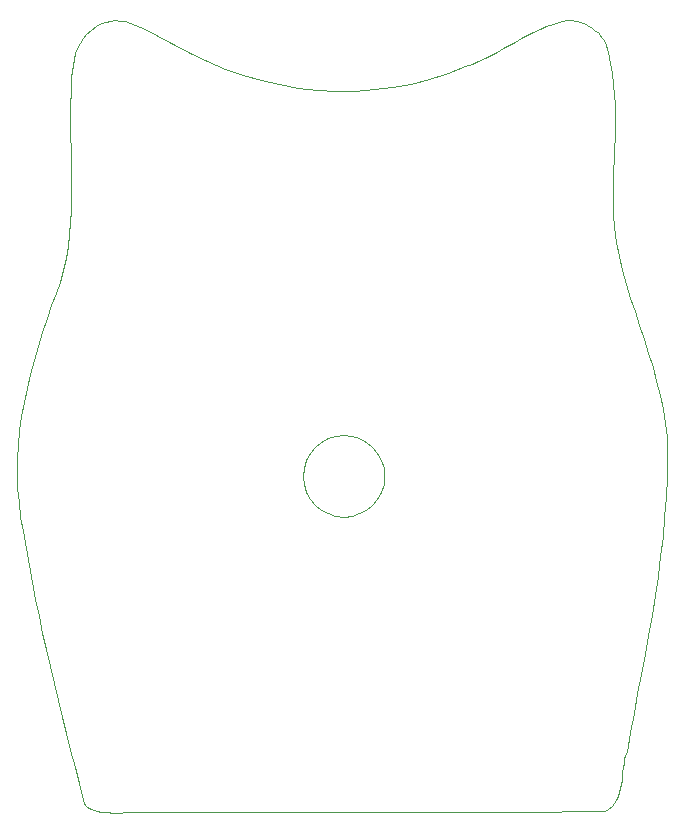
<source format=gbr>
G04 #@! TF.FileFunction,Profile,NP*
%FSLAX46Y46*%
G04 Gerber Fmt 4.6, Leading zero omitted, Abs format (unit mm)*
G04 Created by KiCad (PCBNEW 4.0.4-snap1-stable) date Tue Apr 11 15:34:12 2017*
%MOMM*%
%LPD*%
G01*
G04 APERTURE LIST*
%ADD10C,0.100000*%
G04 APERTURE END LIST*
D10*
X92174607Y-113112695D02*
X92174607Y-113112695D01*
X92104514Y-112417399D02*
X92174607Y-113112695D01*
X91903490Y-111769800D02*
X92104514Y-112417399D01*
X91585400Y-111183769D02*
X91903490Y-111769800D01*
X91164124Y-110673178D02*
X91585400Y-111183769D01*
X90653533Y-110251902D02*
X91164124Y-110673178D01*
X90067502Y-109933812D02*
X90653533Y-110251902D01*
X89419903Y-109732788D02*
X90067502Y-109933812D01*
X88724606Y-109662695D02*
X89419903Y-109732788D01*
X88029310Y-109732788D02*
X88724606Y-109662695D01*
X87381711Y-109933812D02*
X88029310Y-109732788D01*
X86795680Y-110251902D02*
X87381711Y-109933812D01*
X86285089Y-110673178D02*
X86795680Y-110251902D01*
X85863813Y-111183769D02*
X86285089Y-110673178D01*
X85545723Y-111769800D02*
X85863813Y-111183769D01*
X85344699Y-112417399D02*
X85545723Y-111769800D01*
X85274606Y-113112695D02*
X85344699Y-112417399D01*
X85344699Y-113807992D02*
X85274606Y-113112695D01*
X85545723Y-114455591D02*
X85344699Y-113807992D01*
X85863813Y-115041622D02*
X85545723Y-114455591D01*
X86285089Y-115552213D02*
X85863813Y-115041622D01*
X86795680Y-115973489D02*
X86285089Y-115552213D01*
X87381711Y-116291579D02*
X86795680Y-115973489D01*
X88029310Y-116492603D02*
X87381711Y-116291579D01*
X88724606Y-116562696D02*
X88029310Y-116492603D01*
X89419903Y-116492603D02*
X88724606Y-116562696D01*
X90067502Y-116291579D02*
X89419903Y-116492603D01*
X90653533Y-115973489D02*
X90067502Y-116291579D01*
X91164124Y-115552213D02*
X90653533Y-115973489D01*
X91585400Y-115041622D02*
X91164124Y-115552213D01*
X91903490Y-114455591D02*
X91585400Y-115041622D01*
X92104514Y-113807992D02*
X91903490Y-114455591D01*
X92174607Y-113112695D02*
X92104514Y-113807992D01*
X107557518Y-74520828D02*
X107557518Y-74520828D01*
X107800108Y-74524906D02*
X107557518Y-74520828D01*
X108042788Y-74545396D02*
X107800108Y-74524906D01*
X108284415Y-74582003D02*
X108042788Y-74545396D01*
X108523861Y-74634344D02*
X108284415Y-74582003D01*
X108760002Y-74702040D02*
X108523861Y-74634344D01*
X108991709Y-74784709D02*
X108760002Y-74702040D01*
X109217851Y-74881962D02*
X108991709Y-74784709D01*
X109437307Y-74993420D02*
X109217851Y-74881962D01*
X109648943Y-75118699D02*
X109437307Y-74993420D01*
X109851638Y-75257414D02*
X109648943Y-75118699D01*
X110044257Y-75409185D02*
X109851638Y-75257414D01*
X110225681Y-75573624D02*
X110044257Y-75409185D01*
X110394777Y-75750349D02*
X110225681Y-75573624D01*
X110550420Y-75938981D02*
X110394777Y-75750349D01*
X110691483Y-76139130D02*
X110550420Y-75938981D01*
X110816835Y-76350415D02*
X110691483Y-76139130D01*
X111078957Y-77230746D02*
X110816835Y-76350415D01*
X111286628Y-78118478D02*
X111078957Y-77230746D01*
X111445318Y-79012779D02*
X111286628Y-78118478D01*
X111560499Y-79912808D02*
X111445318Y-79012779D01*
X111637630Y-80817736D02*
X111560499Y-79912808D01*
X111682187Y-81726723D02*
X111637630Y-80817736D01*
X111699629Y-82638939D02*
X111682187Y-81726723D01*
X111695424Y-83553542D02*
X111699629Y-82638939D01*
X111675047Y-84469703D02*
X111695424Y-83553542D01*
X111643972Y-85386581D02*
X111675047Y-84469703D01*
X111607658Y-86303346D02*
X111643972Y-85386581D01*
X111571576Y-87219157D02*
X111607658Y-86303346D01*
X111541192Y-88133185D02*
X111571576Y-87219157D01*
X111521973Y-89044590D02*
X111541192Y-88133185D01*
X111519433Y-89952542D02*
X111521973Y-89044590D01*
X111538963Y-90856197D02*
X111519433Y-89952542D01*
X111642442Y-92079402D02*
X111538963Y-90856197D01*
X111814665Y-93288448D02*
X111642442Y-92079402D01*
X112046034Y-94485364D02*
X111814665Y-93288448D01*
X112326958Y-95672167D02*
X112046034Y-94485364D01*
X112647845Y-96850888D02*
X112326958Y-95672167D01*
X112999096Y-98023547D02*
X112647845Y-96850888D01*
X113371118Y-99192170D02*
X112999096Y-98023547D01*
X113754319Y-100358781D02*
X113371118Y-99192170D01*
X114139107Y-101525403D02*
X113754319Y-100358781D01*
X114515882Y-102694059D02*
X114139107Y-101525403D01*
X114875052Y-103866775D02*
X114515882Y-102694059D01*
X115207024Y-105045577D02*
X114875052Y-103866775D01*
X115502206Y-106232485D02*
X115207024Y-105045577D01*
X115750999Y-107429525D02*
X115502206Y-106232485D01*
X115943814Y-108638721D02*
X115750999Y-107429525D01*
X116071053Y-109862097D02*
X115943814Y-108638721D01*
X116100681Y-111543510D02*
X116071053Y-109862097D01*
X116077539Y-113221806D02*
X116100681Y-111543510D01*
X116006058Y-114897106D02*
X116077539Y-113221806D01*
X115890640Y-116569521D02*
X116006058Y-114897106D01*
X115735709Y-118239167D02*
X115890640Y-116569521D01*
X115545674Y-119906158D02*
X115735709Y-118239167D01*
X115324957Y-121570611D02*
X115545674Y-119906158D01*
X115077967Y-123232643D02*
X115324957Y-121570611D01*
X114809122Y-124892364D02*
X115077967Y-123232643D01*
X114522842Y-126549895D02*
X114809122Y-124892364D01*
X114223534Y-128205345D02*
X114522842Y-126549895D01*
X113915621Y-129858834D02*
X114223534Y-128205345D01*
X113603517Y-131510478D02*
X113915621Y-129858834D01*
X113291636Y-133160386D02*
X113603517Y-131510478D01*
X112984395Y-134808679D02*
X113291636Y-133160386D01*
X112686207Y-136455468D02*
X112984395Y-134808679D01*
X112574219Y-136767826D02*
X112686207Y-136455468D01*
X112488561Y-137097013D02*
X112574219Y-136767826D01*
X112423464Y-137439459D02*
X112488561Y-137097013D01*
X112373158Y-137791590D02*
X112423464Y-137439459D01*
X112331874Y-138149835D02*
X112373158Y-137791590D01*
X112293842Y-138510622D02*
X112331874Y-138149835D01*
X112253290Y-138870382D02*
X112293842Y-138510622D01*
X112204448Y-139225539D02*
X112253290Y-138870382D01*
X112141549Y-139572528D02*
X112204448Y-139225539D01*
X112058821Y-139907772D02*
X112141549Y-139572528D01*
X111950493Y-140227704D02*
X112058821Y-139907772D01*
X111810799Y-140528748D02*
X111950493Y-140227704D01*
X111633964Y-140807335D02*
X111810799Y-140528748D01*
X111414220Y-141059893D02*
X111633964Y-140807335D01*
X111145796Y-141282854D02*
X111414220Y-141059893D01*
X110822925Y-141472640D02*
X111145796Y-141282854D01*
X108419648Y-141516085D02*
X110822925Y-141472640D01*
X105980570Y-141549382D02*
X108419648Y-141516085D01*
X103510776Y-141573653D02*
X105980570Y-141549382D01*
X101015347Y-141590050D02*
X103510776Y-141573653D01*
X98499362Y-141599702D02*
X101015347Y-141590050D01*
X95967907Y-141603710D02*
X98499362Y-141599702D01*
X93426064Y-141603145D02*
X95967907Y-141603710D01*
X90878910Y-141599307D02*
X93426064Y-141603145D01*
X88331533Y-141593239D02*
X90878910Y-141599307D01*
X85789013Y-141586071D02*
X88331533Y-141593239D01*
X83256429Y-141578959D02*
X85789013Y-141586071D01*
X80738866Y-141573004D02*
X83256429Y-141578959D01*
X78241403Y-141569335D02*
X80738866Y-141573004D01*
X75769125Y-141569101D02*
X78241403Y-141569335D01*
X73327115Y-141573419D02*
X75769125Y-141569101D01*
X70920451Y-141583438D02*
X73327115Y-141573419D01*
X70557248Y-141594670D02*
X70920451Y-141583438D01*
X70193063Y-141605762D02*
X70557248Y-141594670D01*
X69830864Y-141614595D02*
X70193063Y-141605762D01*
X69473627Y-141619054D02*
X69830864Y-141614595D01*
X69124324Y-141617079D02*
X69473627Y-141619054D01*
X68785920Y-141606411D02*
X69124324Y-141617079D01*
X68461392Y-141585018D02*
X68785920Y-141606411D01*
X68153705Y-141550759D02*
X68461392Y-141585018D01*
X67865836Y-141501517D02*
X68153705Y-141550759D01*
X67600753Y-141435172D02*
X67865836Y-141501517D01*
X67361428Y-141349605D02*
X67600753Y-141435172D01*
X67150831Y-141242694D02*
X67361428Y-141349605D01*
X66971933Y-141112316D02*
X67150831Y-141242694D01*
X66827707Y-140956351D02*
X66971933Y-141112316D01*
X66721120Y-140772684D02*
X66827707Y-140956351D01*
X66655147Y-140559186D02*
X66721120Y-140772684D01*
X66297405Y-139147524D02*
X66655147Y-140559186D01*
X65940101Y-137734618D02*
X66297405Y-139147524D01*
X65584320Y-136320369D02*
X65940101Y-137734618D01*
X65231150Y-134904683D02*
X65584320Y-136320369D01*
X64881680Y-133487467D02*
X65231150Y-134904683D01*
X64536993Y-132068626D02*
X64881680Y-133487467D01*
X64198180Y-130648060D02*
X64536993Y-132068626D01*
X63866323Y-129225680D02*
X64198180Y-130648060D01*
X63542516Y-127801389D02*
X63866323Y-129225680D01*
X63227841Y-126375089D02*
X63542516Y-127801389D01*
X62923385Y-124946686D02*
X63227841Y-126375089D01*
X62630235Y-123516088D02*
X62923385Y-124946686D01*
X62349478Y-122083197D02*
X62630235Y-123516088D01*
X62082202Y-120647920D02*
X62349478Y-122083197D01*
X61829495Y-119210158D02*
X62082202Y-120647920D01*
X61592442Y-117769820D02*
X61829495Y-119210158D01*
X61361937Y-116558054D02*
X61592442Y-117769820D01*
X61198592Y-115343719D02*
X61361937Y-116558054D01*
X61098849Y-114127799D02*
X61198592Y-115343719D01*
X61059155Y-112911286D02*
X61098849Y-114127799D01*
X61075947Y-111695167D02*
X61059155Y-112911286D01*
X61145690Y-110480429D02*
X61075947Y-111695167D01*
X61264819Y-109268065D02*
X61145690Y-110480429D01*
X61429780Y-108059059D02*
X61264819Y-109268065D01*
X61637019Y-106854402D02*
X61429780Y-108059059D01*
X61882981Y-105655081D02*
X61637019Y-106854402D01*
X62164114Y-104462086D02*
X61882981Y-105655081D01*
X62476864Y-103276405D02*
X62164114Y-104462086D01*
X62817673Y-102099025D02*
X62476864Y-103276405D01*
X63182990Y-100930935D02*
X62817673Y-102099025D01*
X63569259Y-99773127D02*
X63182990Y-100930935D01*
X63972927Y-98626585D02*
X63569259Y-99773127D01*
X64377984Y-97658806D02*
X63972927Y-98626585D01*
X64716027Y-96678391D02*
X64377984Y-97658806D01*
X64992647Y-95686549D02*
X64716027Y-96678391D01*
X65213446Y-94684488D02*
X64992647Y-95686549D01*
X65384016Y-93673413D02*
X65213446Y-94684488D01*
X65509949Y-92654532D02*
X65384016Y-93673413D01*
X65596848Y-91629049D02*
X65509949Y-92654532D01*
X65650304Y-90598173D02*
X65596848Y-91629049D01*
X65675901Y-89563109D02*
X65650304Y-90598173D01*
X65679260Y-88525067D02*
X65675901Y-89563109D01*
X65665967Y-87485248D02*
X65679260Y-88525067D01*
X65641611Y-86444864D02*
X65665967Y-87485248D01*
X65611789Y-85405118D02*
X65641611Y-86444864D01*
X65582099Y-84367217D02*
X65611789Y-85405118D01*
X65558138Y-83332367D02*
X65582099Y-84367217D01*
X65545495Y-82301779D02*
X65558138Y-83332367D01*
X65574679Y-81829675D02*
X65545495Y-82301779D01*
X65593588Y-81342484D02*
X65574679Y-81829675D01*
X65607474Y-80843944D02*
X65593588Y-81342484D01*
X65621613Y-80337787D02*
X65607474Y-80843944D01*
X65641227Y-79827752D02*
X65621613Y-80337787D01*
X65671609Y-79317579D02*
X65641227Y-79827752D01*
X65718006Y-78810998D02*
X65671609Y-79317579D01*
X65785680Y-78311753D02*
X65718006Y-78810998D01*
X65879883Y-77823576D02*
X65785680Y-78311753D01*
X66005878Y-77350205D02*
X65879883Y-77823576D01*
X66168924Y-76895375D02*
X66005878Y-77350205D01*
X66374277Y-76462827D02*
X66168924Y-76895375D01*
X66627196Y-76056295D02*
X66374277Y-76462827D01*
X66932944Y-75679514D02*
X66627196Y-76056295D01*
X67296774Y-75336225D02*
X66932944Y-75679514D01*
X67723946Y-75030160D02*
X67296774Y-75336225D01*
X68142885Y-74799898D02*
X67723946Y-75030160D01*
X68563500Y-74644822D02*
X68142885Y-74799898D01*
X68985188Y-74558073D02*
X68563500Y-74644822D01*
X69407339Y-74532786D02*
X68985188Y-74558073D01*
X69829343Y-74562097D02*
X69407339Y-74532786D01*
X70250596Y-74639147D02*
X69829343Y-74562097D01*
X70670487Y-74757065D02*
X70250596Y-74639147D01*
X71088407Y-74908997D02*
X70670487Y-74757065D01*
X71503751Y-75088069D02*
X71088407Y-74908997D01*
X71915908Y-75287425D02*
X71503751Y-75088069D01*
X72324269Y-75500201D02*
X71915908Y-75287425D01*
X72728231Y-75719530D02*
X72324269Y-75500201D01*
X73127183Y-75938552D02*
X72728231Y-75719530D01*
X73520513Y-76150399D02*
X73127183Y-75938552D01*
X73907621Y-76348214D02*
X73520513Y-76150399D01*
X74287893Y-76525128D02*
X73907621Y-76348214D01*
X75703325Y-77311811D02*
X74287893Y-76525128D01*
X77158428Y-78014691D02*
X75703325Y-77311811D01*
X78648446Y-78632639D02*
X77158428Y-78014691D01*
X80168622Y-79164521D02*
X78648446Y-78632639D01*
X81714198Y-79609210D02*
X80168622Y-79164521D01*
X83280418Y-79965575D02*
X81714198Y-79609210D01*
X84862528Y-80232487D02*
X83280418Y-79965575D01*
X86455765Y-80408813D02*
X84862528Y-80232487D01*
X88055378Y-80493426D02*
X86455765Y-80408813D01*
X89656609Y-80485186D02*
X88055378Y-80493426D01*
X91254700Y-80382979D02*
X89656609Y-80485186D01*
X92844893Y-80185666D02*
X91254700Y-80382979D01*
X94422433Y-79892118D02*
X92844893Y-80185666D01*
X95982560Y-79501206D02*
X94422433Y-79892118D01*
X97520525Y-79011796D02*
X95982560Y-79501206D01*
X99031562Y-78422762D02*
X97520525Y-79011796D01*
X99581622Y-78214829D02*
X99031562Y-78422762D01*
X100121265Y-77984465D02*
X99581622Y-78214829D01*
X100652232Y-77735449D02*
X100121265Y-77984465D01*
X101176265Y-77471560D02*
X100652232Y-77735449D01*
X101695108Y-77196583D02*
X101176265Y-77471560D01*
X102210496Y-76914290D02*
X101695108Y-77196583D01*
X102724175Y-76628469D02*
X102210496Y-76914290D01*
X103237881Y-76342894D02*
X102724175Y-76628469D01*
X103753360Y-76061347D02*
X103237881Y-76342894D01*
X104272350Y-75787608D02*
X103753360Y-76061347D01*
X104796592Y-75525457D02*
X104272350Y-75787608D01*
X105327827Y-75278677D02*
X104796592Y-75525457D01*
X105867794Y-75051042D02*
X105327827Y-75278677D01*
X106418241Y-74846335D02*
X105867794Y-75051042D01*
X106980901Y-74668337D02*
X106418241Y-74846335D01*
X107557518Y-74520828D02*
X106980901Y-74668337D01*
M02*

</source>
